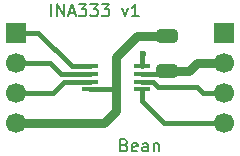
<source format=gbr>
%TF.GenerationSoftware,KiCad,Pcbnew,9.0.2*%
%TF.CreationDate,2025-07-09T22:05:43-04:00*%
%TF.ProjectId,inst_amp_ina333,696e7374-5f61-46d7-905f-696e61333333,rev?*%
%TF.SameCoordinates,Original*%
%TF.FileFunction,Copper,L1,Top*%
%TF.FilePolarity,Positive*%
%FSLAX46Y46*%
G04 Gerber Fmt 4.6, Leading zero omitted, Abs format (unit mm)*
G04 Created by KiCad (PCBNEW 9.0.2) date 2025-07-09 22:05:43*
%MOMM*%
%LPD*%
G01*
G04 APERTURE LIST*
G04 Aperture macros list*
%AMRoundRect*
0 Rectangle with rounded corners*
0 $1 Rounding radius*
0 $2 $3 $4 $5 $6 $7 $8 $9 X,Y pos of 4 corners*
0 Add a 4 corners polygon primitive as box body*
4,1,4,$2,$3,$4,$5,$6,$7,$8,$9,$2,$3,0*
0 Add four circle primitives for the rounded corners*
1,1,$1+$1,$2,$3*
1,1,$1+$1,$4,$5*
1,1,$1+$1,$6,$7*
1,1,$1+$1,$8,$9*
0 Add four rect primitives between the rounded corners*
20,1,$1+$1,$2,$3,$4,$5,0*
20,1,$1+$1,$4,$5,$6,$7,0*
20,1,$1+$1,$6,$7,$8,$9,0*
20,1,$1+$1,$8,$9,$2,$3,0*%
G04 Aperture macros list end*
%ADD10C,0.177800*%
%TA.AperFunction,NonConductor*%
%ADD11C,0.177800*%
%TD*%
%TA.AperFunction,SMDPad,CuDef*%
%ADD12R,1.450000X0.449999*%
%TD*%
%TA.AperFunction,ComponentPad*%
%ADD13R,1.700000X1.700000*%
%TD*%
%TA.AperFunction,ComponentPad*%
%ADD14C,1.700000*%
%TD*%
%TA.AperFunction,SMDPad,CuDef*%
%ADD15RoundRect,0.250000X-0.650000X0.325000X-0.650000X-0.325000X0.650000X-0.325000X0.650000X0.325000X0*%
%TD*%
%TA.AperFunction,ViaPad*%
%ADD16C,0.600000*%
%TD*%
%TA.AperFunction,Conductor*%
%ADD17C,0.457200*%
%TD*%
%TA.AperFunction,Conductor*%
%ADD18C,0.762000*%
%TD*%
G04 APERTURE END LIST*
D10*
D11*
X132692877Y-62096414D02*
X132692877Y-61080414D01*
X133176687Y-62096414D02*
X133176687Y-61080414D01*
X133176687Y-61080414D02*
X133757259Y-62096414D01*
X133757259Y-62096414D02*
X133757259Y-61080414D01*
X134192687Y-61806129D02*
X134676497Y-61806129D01*
X134095925Y-62096414D02*
X134434592Y-61080414D01*
X134434592Y-61080414D02*
X134773259Y-62096414D01*
X135015163Y-61080414D02*
X135644116Y-61080414D01*
X135644116Y-61080414D02*
X135305449Y-61467462D01*
X135305449Y-61467462D02*
X135450592Y-61467462D01*
X135450592Y-61467462D02*
X135547354Y-61515843D01*
X135547354Y-61515843D02*
X135595735Y-61564224D01*
X135595735Y-61564224D02*
X135644116Y-61660986D01*
X135644116Y-61660986D02*
X135644116Y-61902891D01*
X135644116Y-61902891D02*
X135595735Y-61999653D01*
X135595735Y-61999653D02*
X135547354Y-62048034D01*
X135547354Y-62048034D02*
X135450592Y-62096414D01*
X135450592Y-62096414D02*
X135160306Y-62096414D01*
X135160306Y-62096414D02*
X135063544Y-62048034D01*
X135063544Y-62048034D02*
X135015163Y-61999653D01*
X135982782Y-61080414D02*
X136611735Y-61080414D01*
X136611735Y-61080414D02*
X136273068Y-61467462D01*
X136273068Y-61467462D02*
X136418211Y-61467462D01*
X136418211Y-61467462D02*
X136514973Y-61515843D01*
X136514973Y-61515843D02*
X136563354Y-61564224D01*
X136563354Y-61564224D02*
X136611735Y-61660986D01*
X136611735Y-61660986D02*
X136611735Y-61902891D01*
X136611735Y-61902891D02*
X136563354Y-61999653D01*
X136563354Y-61999653D02*
X136514973Y-62048034D01*
X136514973Y-62048034D02*
X136418211Y-62096414D01*
X136418211Y-62096414D02*
X136127925Y-62096414D01*
X136127925Y-62096414D02*
X136031163Y-62048034D01*
X136031163Y-62048034D02*
X135982782Y-61999653D01*
X136950401Y-61080414D02*
X137579354Y-61080414D01*
X137579354Y-61080414D02*
X137240687Y-61467462D01*
X137240687Y-61467462D02*
X137385830Y-61467462D01*
X137385830Y-61467462D02*
X137482592Y-61515843D01*
X137482592Y-61515843D02*
X137530973Y-61564224D01*
X137530973Y-61564224D02*
X137579354Y-61660986D01*
X137579354Y-61660986D02*
X137579354Y-61902891D01*
X137579354Y-61902891D02*
X137530973Y-61999653D01*
X137530973Y-61999653D02*
X137482592Y-62048034D01*
X137482592Y-62048034D02*
X137385830Y-62096414D01*
X137385830Y-62096414D02*
X137095544Y-62096414D01*
X137095544Y-62096414D02*
X136998782Y-62048034D01*
X136998782Y-62048034D02*
X136950401Y-61999653D01*
X138692115Y-61419081D02*
X138934020Y-62096414D01*
X138934020Y-62096414D02*
X139175925Y-61419081D01*
X140095163Y-62096414D02*
X139514591Y-62096414D01*
X139804877Y-62096414D02*
X139804877Y-61080414D01*
X139804877Y-61080414D02*
X139708115Y-61225557D01*
X139708115Y-61225557D02*
X139611353Y-61322319D01*
X139611353Y-61322319D02*
X139514591Y-61370700D01*
D10*
D11*
X138873544Y-72994224D02*
X139018687Y-73042605D01*
X139018687Y-73042605D02*
X139067068Y-73090986D01*
X139067068Y-73090986D02*
X139115449Y-73187748D01*
X139115449Y-73187748D02*
X139115449Y-73332891D01*
X139115449Y-73332891D02*
X139067068Y-73429653D01*
X139067068Y-73429653D02*
X139018687Y-73478034D01*
X139018687Y-73478034D02*
X138921925Y-73526414D01*
X138921925Y-73526414D02*
X138534877Y-73526414D01*
X138534877Y-73526414D02*
X138534877Y-72510414D01*
X138534877Y-72510414D02*
X138873544Y-72510414D01*
X138873544Y-72510414D02*
X138970306Y-72558795D01*
X138970306Y-72558795D02*
X139018687Y-72607176D01*
X139018687Y-72607176D02*
X139067068Y-72703938D01*
X139067068Y-72703938D02*
X139067068Y-72800700D01*
X139067068Y-72800700D02*
X139018687Y-72897462D01*
X139018687Y-72897462D02*
X138970306Y-72945843D01*
X138970306Y-72945843D02*
X138873544Y-72994224D01*
X138873544Y-72994224D02*
X138534877Y-72994224D01*
X139937925Y-73478034D02*
X139841163Y-73526414D01*
X139841163Y-73526414D02*
X139647639Y-73526414D01*
X139647639Y-73526414D02*
X139550877Y-73478034D01*
X139550877Y-73478034D02*
X139502496Y-73381272D01*
X139502496Y-73381272D02*
X139502496Y-72994224D01*
X139502496Y-72994224D02*
X139550877Y-72897462D01*
X139550877Y-72897462D02*
X139647639Y-72849081D01*
X139647639Y-72849081D02*
X139841163Y-72849081D01*
X139841163Y-72849081D02*
X139937925Y-72897462D01*
X139937925Y-72897462D02*
X139986306Y-72994224D01*
X139986306Y-72994224D02*
X139986306Y-73090986D01*
X139986306Y-73090986D02*
X139502496Y-73187748D01*
X140857163Y-73526414D02*
X140857163Y-72994224D01*
X140857163Y-72994224D02*
X140808782Y-72897462D01*
X140808782Y-72897462D02*
X140712020Y-72849081D01*
X140712020Y-72849081D02*
X140518496Y-72849081D01*
X140518496Y-72849081D02*
X140421734Y-72897462D01*
X140857163Y-73478034D02*
X140760401Y-73526414D01*
X140760401Y-73526414D02*
X140518496Y-73526414D01*
X140518496Y-73526414D02*
X140421734Y-73478034D01*
X140421734Y-73478034D02*
X140373353Y-73381272D01*
X140373353Y-73381272D02*
X140373353Y-73284510D01*
X140373353Y-73284510D02*
X140421734Y-73187748D01*
X140421734Y-73187748D02*
X140518496Y-73139367D01*
X140518496Y-73139367D02*
X140760401Y-73139367D01*
X140760401Y-73139367D02*
X140857163Y-73090986D01*
X141340972Y-72849081D02*
X141340972Y-73526414D01*
X141340972Y-72945843D02*
X141389353Y-72897462D01*
X141389353Y-72897462D02*
X141486115Y-72849081D01*
X141486115Y-72849081D02*
X141631258Y-72849081D01*
X141631258Y-72849081D02*
X141728020Y-72897462D01*
X141728020Y-72897462D02*
X141776401Y-72994224D01*
X141776401Y-72994224D02*
X141776401Y-73526414D01*
D12*
%TO.P,U1,1,1_RG*%
%TO.N,/RG+*%
X135975999Y-66335001D03*
%TO.P,U1,2,VIN-*%
%TO.N,/Vin-*%
X135975999Y-66984999D03*
%TO.P,U1,3,VIN+*%
%TO.N,/Vin+*%
X135975999Y-67635001D03*
%TO.P,U1,4,V-*%
%TO.N,GND*%
X135975999Y-68284999D03*
%TO.P,U1,5,REF*%
%TO.N,/Vref*%
X140376001Y-68284999D03*
%TO.P,U1,6,VOUT*%
%TO.N,/Vout*%
X140376001Y-67635001D03*
%TO.P,U1,7,V+*%
%TO.N,V+*%
X140376001Y-66984999D03*
%TO.P,U1,8,2_RG*%
%TO.N,/RG-*%
X140376001Y-66335001D03*
%TD*%
D13*
%TO.P,J2,1,Pin_1*%
%TO.N,/RG-*%
X147320000Y-63500000D03*
D14*
%TO.P,J2,2,Pin_2*%
%TO.N,V+*%
X147320000Y-66040000D03*
%TO.P,J2,3,Pin_3*%
%TO.N,/Vout*%
X147320000Y-68580000D03*
%TO.P,J2,4,Pin_4*%
%TO.N,/Vref*%
X147320000Y-71120000D03*
%TD*%
D13*
%TO.P,J1,1,Pin_1*%
%TO.N,/RG+*%
X129667000Y-63500000D03*
D14*
%TO.P,J1,2,Pin_2*%
%TO.N,/Vin-*%
X129667000Y-66040000D03*
%TO.P,J1,3,Pin_3*%
%TO.N,/Vin+*%
X129667000Y-68580000D03*
%TO.P,J1,4,Pin_4*%
%TO.N,GND*%
X129667000Y-71120000D03*
%TD*%
D15*
%TO.P,C1,1*%
%TO.N,GND*%
X142494000Y-63803000D03*
%TO.P,C1,2*%
%TO.N,V+*%
X142494000Y-66753000D03*
%TD*%
D16*
%TO.N,/RG-*%
X140462000Y-65278000D03*
%TD*%
D17*
%TO.N,/RG-*%
X140376001Y-65363999D02*
X140462000Y-65278000D01*
X140376001Y-66335001D02*
X140376001Y-65363999D01*
D18*
%TO.N,GND*%
X139905000Y-63803000D02*
X142494000Y-63803000D01*
X138176000Y-68326000D02*
X138176000Y-65532000D01*
X138176000Y-65532000D02*
X139905000Y-63803000D01*
D17*
X135975999Y-68284999D02*
X138134999Y-68284999D01*
X138134999Y-68284999D02*
X138176000Y-68326000D01*
D18*
X138176000Y-70104000D02*
X138176000Y-68326000D01*
X137160000Y-71120000D02*
X138176000Y-70104000D01*
X129667000Y-71120000D02*
X137160000Y-71120000D01*
D17*
%TO.N,/Vref*%
X140376001Y-69256001D02*
X142240000Y-71120000D01*
X142240000Y-71120000D02*
X147320000Y-71120000D01*
X140376001Y-68284999D02*
X140376001Y-69256001D01*
%TO.N,/Vout*%
X145542000Y-68580000D02*
X147320000Y-68580000D01*
X145034000Y-68072000D02*
X145542000Y-68580000D01*
X141732000Y-68072000D02*
X145034000Y-68072000D01*
X141295001Y-67635001D02*
X141732000Y-68072000D01*
X140376001Y-67635001D02*
X141295001Y-67635001D01*
D18*
%TO.N,V+*%
X145034000Y-66040000D02*
X147320000Y-66040000D01*
X144321000Y-66753000D02*
X145034000Y-66040000D01*
X142494000Y-66753000D02*
X144321000Y-66753000D01*
D17*
X142262001Y-66984999D02*
X142494000Y-66753000D01*
X140376001Y-66984999D02*
X142262001Y-66984999D01*
%TO.N,/Vin+*%
X132842000Y-68580000D02*
X129667000Y-68580000D01*
X133786999Y-67635001D02*
X132842000Y-68580000D01*
X135975999Y-67635001D02*
X133786999Y-67635001D01*
%TO.N,/Vin-*%
X132588000Y-66040000D02*
X129667000Y-66040000D01*
X133532999Y-66984999D02*
X132588000Y-66040000D01*
X135975999Y-66984999D02*
X133532999Y-66984999D01*
%TO.N,/RG+*%
X131572000Y-63500000D02*
X129667000Y-63500000D01*
X134407001Y-66335001D02*
X131572000Y-63500000D01*
X135975999Y-66335001D02*
X134407001Y-66335001D01*
%TD*%
M02*

</source>
